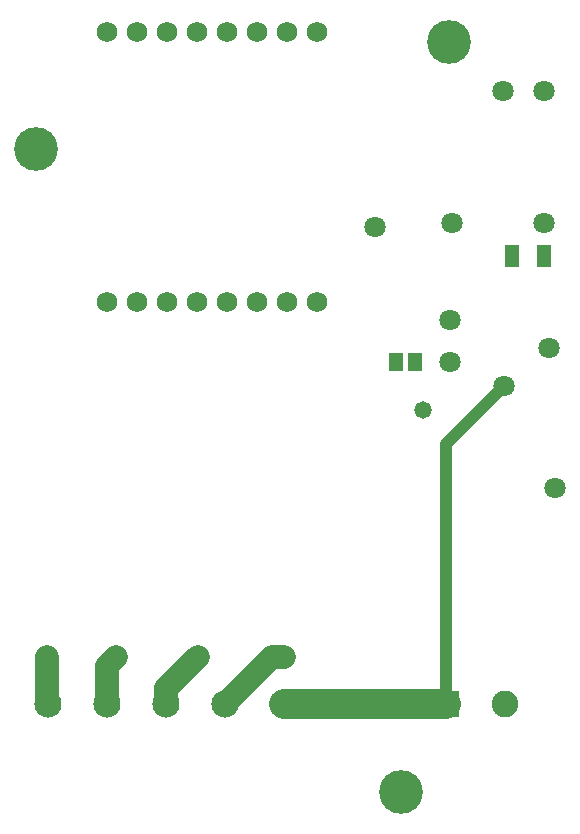
<source format=gbs>
G04*
G04 #@! TF.GenerationSoftware,Altium Limited,Altium Designer,18.0.9 (584)*
G04*
G04 Layer_Color=16711935*
%FSLAX25Y25*%
%MOIN*%
G70*
G01*
G75*
%ADD15C,0.07874*%
%ADD25R,0.04540X0.06115*%
%ADD28C,0.07099*%
%ADD29R,0.08871X0.08871*%
%ADD30C,0.08871*%
%ADD31C,0.14580*%
%ADD32C,0.06800*%
%ADD33C,0.09068*%
%ADD34C,0.05800*%
%ADD35C,0.06706*%
%ADD49C,0.03937*%
%ADD61C,0.10000*%
%ADD62R,0.04540X0.07493*%
D15*
X20374Y41240D02*
Y56890D01*
X40157Y41142D02*
Y53893D01*
X43154Y56890D01*
X59842Y41142D02*
Y46347D01*
X70385Y56890D01*
X79528Y41142D02*
X95276Y56890D01*
X99213D01*
X95276D02*
X99213D01*
D25*
X142815Y155217D02*
D03*
X136516D02*
D03*
D28*
X185925Y201476D02*
D03*
X155217D02*
D03*
X172146Y245472D02*
D03*
X185925D02*
D03*
X154429Y168996D02*
D03*
Y155217D02*
D03*
X189665Y113189D02*
D03*
X129528Y200098D02*
D03*
X172697Y147244D02*
D03*
X187697Y159646D02*
D03*
D29*
X153150Y41142D02*
D03*
D30*
X172835D02*
D03*
D31*
X16437Y226279D02*
D03*
X138287Y11713D02*
D03*
X154331Y261910D02*
D03*
D32*
X110335Y265059D02*
D03*
X100335D02*
D03*
X90335D02*
D03*
X80335D02*
D03*
X70335D02*
D03*
X60335D02*
D03*
X50335D02*
D03*
X40335D02*
D03*
X110335Y175059D02*
D03*
X100335D02*
D03*
X90335D02*
D03*
X80335D02*
D03*
X70335D02*
D03*
X60335D02*
D03*
X50335D02*
D03*
X40335D02*
D03*
D33*
X20472Y41142D02*
D03*
X40157D02*
D03*
X59842D02*
D03*
X79528D02*
D03*
X99213D02*
D03*
X118898D02*
D03*
D34*
X145669Y139075D02*
D03*
D35*
X99213Y56890D02*
D03*
X70385D02*
D03*
X43154D02*
D03*
X20374D02*
D03*
D49*
X153150Y127697D02*
X172697Y147244D01*
X153150Y41142D02*
Y127697D01*
D61*
X99213Y41142D02*
X153150D01*
D62*
X175295Y190551D02*
D03*
X185925D02*
D03*
M02*

</source>
